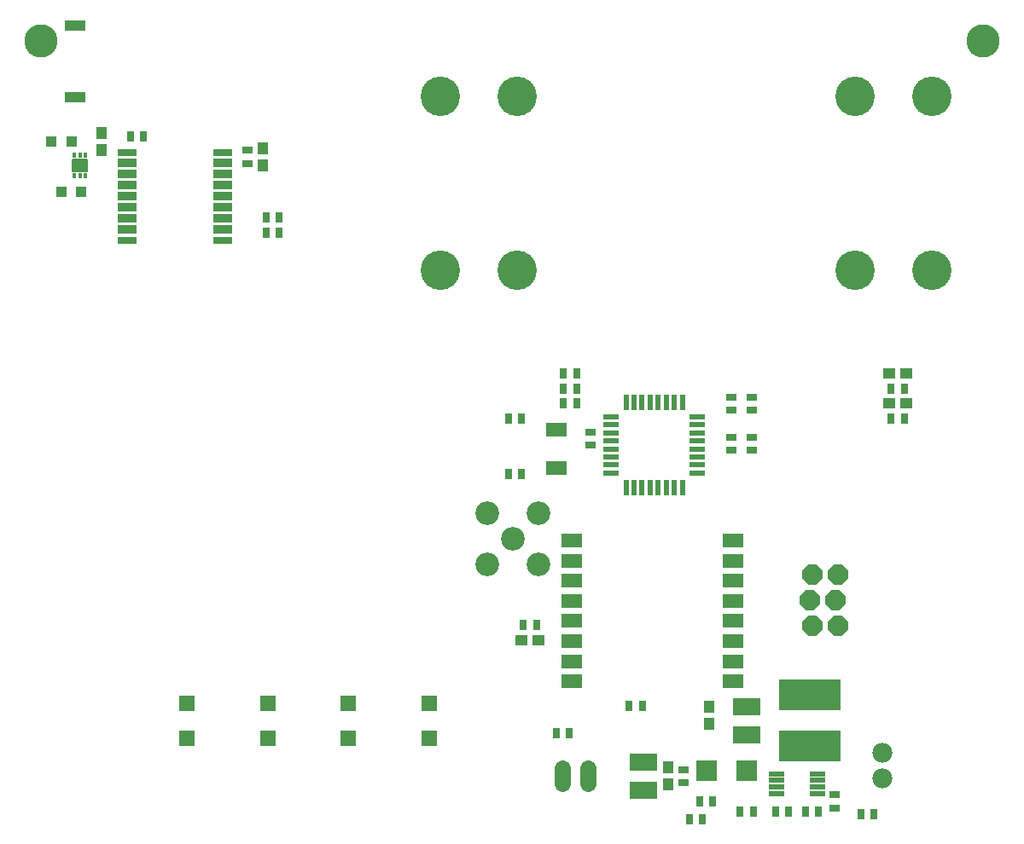
<source format=gts>
G75*
%MOIN*%
%OFA0B0*%
%FSLAX24Y24*%
%IPPOS*%
%LPD*%
%AMOC8*
5,1,8,0,0,1.08239X$1,22.5*
%
%ADD10C,0.1300*%
%ADD11R,0.0620X0.0240*%
%ADD12R,0.0240X0.0620*%
%ADD13R,0.0827X0.0434*%
%ADD14R,0.0827X0.0552*%
%ADD15R,0.0749X0.0355*%
%ADD16R,0.0749X0.0316*%
%ADD17C,0.0926*%
%ADD18R,0.0631X0.0631*%
%ADD19R,0.0394X0.0316*%
%ADD20R,0.0316X0.0394*%
%ADD21R,0.0434X0.0434*%
%ADD22R,0.0434X0.0473*%
%ADD23R,0.0473X0.0434*%
%ADD24R,0.1103X0.0670*%
%ADD25C,0.0640*%
%ADD26C,0.1540*%
%ADD27OC8,0.0780*%
%ADD28R,0.0640X0.0220*%
%ADD29R,0.0827X0.0827*%
%ADD30R,0.0150X0.0237*%
%ADD31C,0.0054*%
%ADD32C,0.0780*%
%ADD33R,0.2402X0.1221*%
D10*
X001558Y031156D03*
X038369Y031156D03*
D11*
X027177Y016469D03*
X027177Y016159D03*
X027177Y015839D03*
X027177Y015529D03*
X027177Y015209D03*
X027177Y014899D03*
X027177Y014579D03*
X027177Y014269D03*
X023837Y014269D03*
X023837Y014579D03*
X023837Y014899D03*
X023837Y015209D03*
X023837Y015529D03*
X023837Y015839D03*
X023837Y016159D03*
X023837Y016469D03*
D12*
X024407Y017039D03*
X024717Y017039D03*
X025037Y017039D03*
X025347Y017039D03*
X025667Y017039D03*
X025977Y017039D03*
X026297Y017039D03*
X026607Y017039D03*
X026607Y013699D03*
X026297Y013699D03*
X025977Y013699D03*
X025667Y013699D03*
X025347Y013699D03*
X025037Y013699D03*
X024717Y013699D03*
X024407Y013699D03*
D13*
X002873Y028961D03*
X002873Y031757D03*
D14*
X021676Y015959D03*
X021676Y014463D03*
X022298Y011629D03*
X022298Y010841D03*
X022298Y010054D03*
X022298Y009267D03*
X022298Y008479D03*
X022298Y007692D03*
X022298Y006904D03*
X022298Y006117D03*
X028597Y006117D03*
X028597Y006904D03*
X028597Y007692D03*
X028597Y008479D03*
X028597Y009267D03*
X028597Y010054D03*
X028597Y010841D03*
X028597Y011629D03*
D15*
X008652Y023786D03*
X008652Y024219D03*
X008652Y024652D03*
X008652Y025085D03*
X008652Y025519D03*
X008652Y025952D03*
X008652Y026385D03*
X004912Y026385D03*
X004912Y025952D03*
X004912Y025519D03*
X004912Y025085D03*
X004912Y024652D03*
X004912Y024219D03*
X004912Y023786D03*
D16*
X004912Y023373D03*
X008652Y023373D03*
X008652Y026798D03*
X004912Y026798D03*
D17*
X018991Y012700D03*
X019991Y011700D03*
X020991Y012700D03*
X020991Y010700D03*
X018991Y010700D03*
D18*
X007267Y003893D03*
X007267Y005270D03*
X010416Y005270D03*
X010416Y003893D03*
X013566Y003893D03*
X013566Y005270D03*
X016715Y005270D03*
X016715Y003893D03*
D19*
X026656Y002672D03*
X026656Y002160D03*
X032562Y001688D03*
X032562Y001176D03*
X029314Y015152D03*
X029314Y015664D03*
X028526Y015664D03*
X028526Y015152D03*
X028526Y016727D03*
X028526Y017239D03*
X029314Y017239D03*
X029314Y016727D03*
X023015Y015861D03*
X023015Y015349D03*
X009629Y026373D03*
X009629Y026885D03*
D20*
X010357Y024267D03*
X010869Y024267D03*
X010869Y023676D03*
X010357Y023676D03*
X005554Y027416D03*
X005042Y027416D03*
X019806Y016393D03*
X020318Y016393D03*
X021971Y016983D03*
X022483Y016983D03*
X022483Y017574D03*
X021971Y017574D03*
X021971Y018164D03*
X022483Y018164D03*
X020318Y014227D03*
X019806Y014227D03*
X020397Y008322D03*
X020908Y008322D03*
X024530Y005172D03*
X025042Y005172D03*
X022188Y004089D03*
X021676Y004089D03*
X026893Y000743D03*
X027404Y000743D03*
X027286Y001432D03*
X027798Y001432D03*
X028861Y001038D03*
X029373Y001038D03*
X030239Y001038D03*
X030751Y001038D03*
X031420Y001038D03*
X031932Y001038D03*
X033586Y000940D03*
X034097Y000940D03*
X034767Y016393D03*
X035278Y016393D03*
X035278Y017574D03*
X034767Y017574D03*
D21*
X003133Y025251D03*
X002345Y025251D03*
X001952Y027219D03*
X002739Y027219D03*
D22*
X003920Y026885D03*
X003920Y027554D03*
X010219Y026963D03*
X010219Y026294D03*
X027641Y005113D03*
X027641Y004444D03*
X026066Y002751D03*
X026066Y002081D03*
D23*
X020987Y007731D03*
X020318Y007731D03*
X034688Y016983D03*
X035357Y016983D03*
X035357Y018164D03*
X034688Y018164D03*
D24*
X029117Y005133D03*
X029117Y004030D03*
X025082Y002967D03*
X025082Y001865D03*
D25*
X022924Y002116D02*
X022924Y002716D01*
X021924Y002716D02*
X021924Y002116D01*
D26*
X020160Y022200D03*
X017168Y022200D03*
X017168Y028991D03*
X020160Y028991D03*
X033349Y028991D03*
X036341Y028991D03*
X036341Y022200D03*
X033349Y022200D03*
D27*
X032676Y010290D03*
X031676Y010290D03*
X031576Y009290D03*
X032576Y009290D03*
X032676Y008290D03*
X031676Y008290D03*
D28*
X031886Y002501D03*
X031886Y002251D03*
X031886Y001991D03*
X031886Y001741D03*
X030286Y001741D03*
X030286Y001991D03*
X030286Y002251D03*
X030286Y002501D03*
D29*
X029117Y002613D03*
X027542Y002613D03*
D30*
X003290Y025900D03*
X003074Y025900D03*
X002857Y025900D03*
X002857Y026688D03*
X003074Y026688D03*
X003290Y026688D03*
D31*
X002792Y026539D02*
X002792Y026049D01*
X002792Y026539D02*
X003356Y026539D01*
X003356Y026049D01*
X002792Y026049D01*
X002792Y026102D02*
X003356Y026102D01*
X003356Y026155D02*
X002792Y026155D01*
X002792Y026208D02*
X003356Y026208D01*
X003356Y026261D02*
X002792Y026261D01*
X002792Y026314D02*
X003356Y026314D01*
X003356Y026367D02*
X002792Y026367D01*
X002792Y026420D02*
X003356Y026420D01*
X003356Y026473D02*
X002792Y026473D01*
X002792Y026526D02*
X003356Y026526D01*
D32*
X034432Y003318D03*
X034432Y002318D03*
D33*
X031578Y003581D03*
X031578Y005581D03*
M02*

</source>
